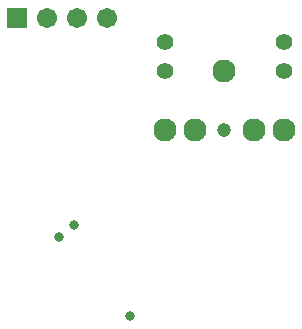
<source format=gbs>
G04*
G04 #@! TF.GenerationSoftware,Altium Limited,Altium Designer,22.4.2 (48)*
G04*
G04 Layer_Color=16711935*
%FSLAX25Y25*%
%MOIN*%
G70*
G04*
G04 #@! TF.SameCoordinates,A7B2FA79-C280-4DBA-8CE8-1A1C5EA3F58B*
G04*
G04*
G04 #@! TF.FilePolarity,Negative*
G04*
G01*
G75*
%ADD25C,0.07700*%
%ADD26C,0.05500*%
%ADD27C,0.04700*%
%ADD28C,0.06737*%
%ADD29R,0.06737X0.06737*%
%ADD30C,0.03162*%
D25*
X-35433Y-30512D02*
D03*
X-55118Y-50197D02*
D03*
X-45276D02*
D03*
X-25591D02*
D03*
X-15748D02*
D03*
D26*
X-55118Y-20669D02*
D03*
X-15748D02*
D03*
X-55118Y-30512D02*
D03*
X-15748D02*
D03*
D27*
X-35433Y-50197D02*
D03*
D28*
X-84488Y-12795D02*
D03*
X-94488D02*
D03*
X-74488D02*
D03*
D29*
X-104488D02*
D03*
D30*
X-66929Y-112205D02*
D03*
X-85630Y-81693D02*
D03*
X-90551Y-85630D02*
D03*
M02*

</source>
